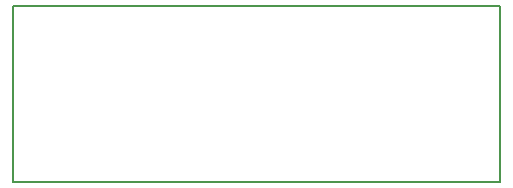
<source format=gm1>
G04 MADE WITH FRITZING*
G04 WWW.FRITZING.ORG*
G04 DOUBLE SIDED*
G04 HOLES PLATED*
G04 CONTOUR ON CENTER OF CONTOUR VECTOR*
%ASAXBY*%
%FSLAX23Y23*%
%MOIN*%
%OFA0B0*%
%SFA1.0B1.0*%
%ADD10R,1.628700X0.596846*%
%ADD11C,0.008000*%
%ADD10C,0.008*%
%LNCONTOUR*%
G90*
G70*
G54D10*
G54D11*
X4Y593D02*
X1625Y593D01*
X1625Y4D01*
X4Y4D01*
X4Y593D01*
D02*
G04 End of contour*
M02*
</source>
